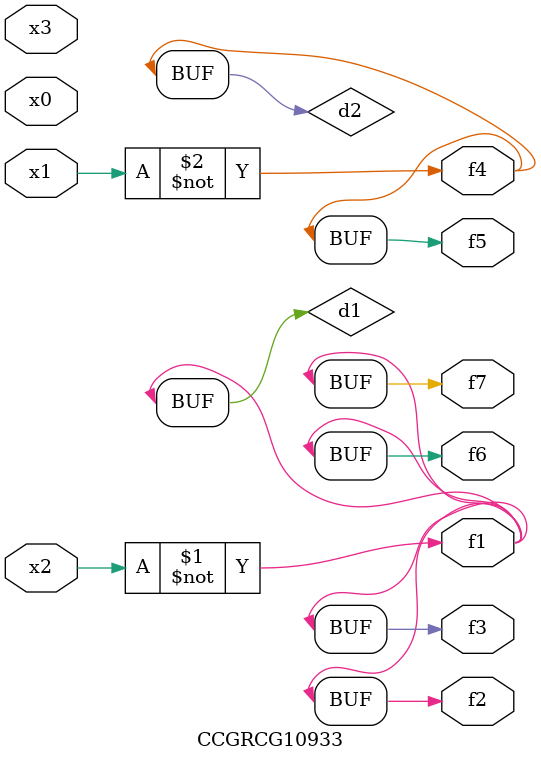
<source format=v>
module CCGRCG10933(
	input x0, x1, x2, x3,
	output f1, f2, f3, f4, f5, f6, f7
);

	wire d1, d2;

	xnor (d1, x2);
	not (d2, x1);
	assign f1 = d1;
	assign f2 = d1;
	assign f3 = d1;
	assign f4 = d2;
	assign f5 = d2;
	assign f6 = d1;
	assign f7 = d1;
endmodule

</source>
